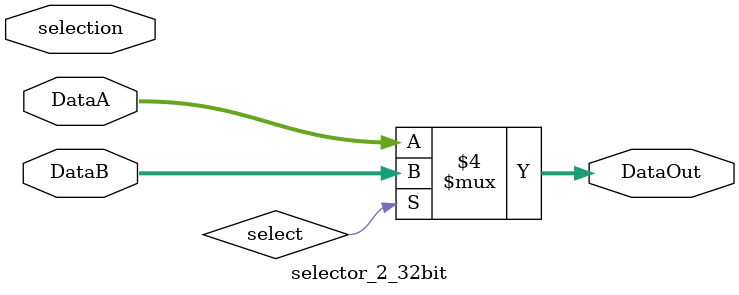
<source format=v>
`timescale 1ns / 1ps
module selector_2_32bit(
	input [31:0] DataA,
	input [31:0] DataB,
	input selection,
	output reg [31:0] DataOut
	);
	always @(select or DataA or DataB) begin
		if (select == 0) begin // reset
			DataOut = DataA;
		end else begin
			DataOut = DataB;
		end     
	end
endmodule
</source>
